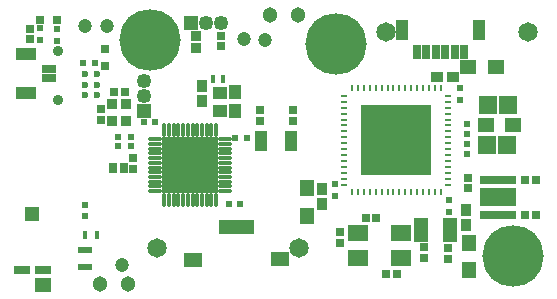
<source format=gbs>
G04*
G04 #@! TF.GenerationSoftware,Altium Limited,Altium Designer,24.6.1 (21)*
G04*
G04 Layer_Color=16711935*
%FSLAX44Y44*%
%MOMM*%
G71*
G04*
G04 #@! TF.SameCoordinates,340E5364-9303-4016-BB23-8A8C63BE460F*
G04*
G04*
G04 #@! TF.FilePolarity,Negative*
G04*
G01*
G75*
%ADD26R,0.5725X0.6153*%
%ADD28R,0.7000X0.7000*%
%ADD29R,0.7000X0.7000*%
%ADD30R,1.0621X1.2578*%
%ADD31R,0.5000X0.6000*%
%ADD35R,0.6000X0.5000*%
%ADD42R,0.9121X1.1311*%
%ADD43R,0.6000X0.5000*%
%ADD46R,0.5000X0.5000*%
%ADD49R,0.7154X0.6725*%
%ADD50R,1.1311X0.9121*%
%ADD62R,0.5000X0.5000*%
%ADD68C,1.9000*%
%ADD69C,1.2032*%
%ADD70R,0.8032X0.7532*%
%ADD82R,1.6032X1.2032*%
%ADD94R,0.7532X0.8032*%
%ADD96C,1.3032*%
%ADD97C,0.6200*%
%ADD98C,1.2532*%
%ADD99R,1.2532X1.2532*%
%ADD100C,1.6532*%
%ADD101R,1.2532X1.2532*%
%ADD102C,0.9032*%
%ADD103C,5.2032*%
%ADD104C,0.8232*%
%ADD105C,0.6000*%
%ADD121R,0.4100X0.6600*%
%ADD122R,1.1500X0.5700*%
%ADD130R,6.0000X6.0000*%
%ADD131R,0.6000X0.2400*%
%ADD132R,0.2400X0.6000*%
%ADD133R,1.5781X1.5562*%
%ADD134R,3.0988X1.4986*%
%ADD135R,3.0988X0.7112*%
%ADD139R,0.6725X0.7154*%
%ADD140R,0.8500X0.9500*%
%ADD144R,0.3500X0.6500*%
%ADD146R,1.0000X1.8000*%
%ADD155R,0.7632X0.8332*%
%ADD156R,1.4032X1.2032*%
%ADD157R,1.2032X1.2032*%
%ADD158R,1.4032X0.7032*%
%ADD159R,1.1032X1.8032*%
%ADD160R,0.7032X1.2032*%
%ADD161R,1.8032X1.1032*%
%ADD162R,1.2032X0.7032*%
%ADD163R,1.2954X2.1082*%
%ADD164R,0.8532X0.9032*%
%ADD165R,0.6532X0.6532*%
%ADD166O,1.1532X0.4032*%
%ADD167O,0.4032X1.1532*%
%ADD168R,4.8032X4.8032*%
%ADD169R,1.1732X1.1032*%
%ADD170R,1.2032X1.3532*%
%ADD171R,0.5032X1.2032*%
%ADD172R,1.3532X1.2032*%
%ADD173R,1.8032X1.4532*%
D26*
X63000Y66619D02*
D03*
Y75191D02*
D03*
X385750Y144286D02*
D03*
Y135714D02*
D03*
Y127036D02*
D03*
Y118464D02*
D03*
D28*
X38750Y232250D02*
D03*
X24750D02*
D03*
D29*
X80000Y193250D02*
D03*
Y207250D02*
D03*
D30*
X189750Y170794D02*
D03*
Y154750D02*
D03*
D31*
X71000Y195500D02*
D03*
X61000D02*
D03*
D35*
X38750Y224750D02*
D03*
Y214750D02*
D03*
D42*
X162000Y176500D02*
D03*
Y163689D02*
D03*
X385500Y71561D02*
D03*
Y58750D02*
D03*
X263750Y89155D02*
D03*
Y76345D02*
D03*
D43*
X101750Y125250D02*
D03*
X90751D02*
D03*
X101750Y133250D02*
D03*
X90751D02*
D03*
D46*
X194250Y76750D02*
D03*
X184250D02*
D03*
X122250Y145500D02*
D03*
X112250D02*
D03*
X199750Y132500D02*
D03*
X189750D02*
D03*
D49*
X444571Y97000D02*
D03*
X435000D02*
D03*
X327036Y17500D02*
D03*
X317464D02*
D03*
X96786Y171250D02*
D03*
X87214D02*
D03*
X444571Y67000D02*
D03*
X435000D02*
D03*
D50*
X373905Y183750D02*
D03*
X361095D02*
D03*
D62*
X24750Y225250D02*
D03*
Y215250D02*
D03*
X274000Y93000D02*
D03*
Y83000D02*
D03*
X371250Y79500D02*
D03*
Y69500D02*
D03*
X380250Y174500D02*
D03*
Y164500D02*
D03*
D68*
X284500Y212000D02*
G03*
X284500Y212000I-9500J0D01*
G01*
X127000Y215250D02*
G03*
X127000Y215250I-9500J0D01*
G01*
X434500Y32000D02*
G03*
X434500Y32000I-9500J0D01*
G01*
D69*
X94250Y24750D02*
D03*
X215500Y215500D02*
D03*
X197250Y215750D02*
D03*
X62750Y227000D02*
D03*
X81250D02*
D03*
D70*
X309250Y64250D02*
D03*
X300750D02*
D03*
D82*
X228000Y29750D02*
D03*
X154500Y29250D02*
D03*
D94*
X16500Y224250D02*
D03*
Y215750D02*
D03*
X386750Y98250D02*
D03*
Y89750D02*
D03*
D96*
X243250Y236500D02*
D03*
X219250D02*
D03*
X75000Y8500D02*
D03*
X99000D02*
D03*
D97*
X343800Y147800D02*
D03*
X320600Y113000D02*
D03*
X309000D02*
D03*
X320600Y124600D02*
D03*
X309000D02*
D03*
Y147800D02*
D03*
X343800Y113000D02*
D03*
X320600Y147800D02*
D03*
X343800Y124600D02*
D03*
X332200D02*
D03*
Y113000D02*
D03*
Y147800D02*
D03*
D98*
X177950Y229750D02*
D03*
X165250D02*
D03*
X112250Y180150D02*
D03*
Y167450D02*
D03*
D99*
X152550Y229750D02*
D03*
D100*
X437500Y222000D02*
D03*
X317500D02*
D03*
X243500Y39000D02*
D03*
X123500D02*
D03*
D101*
X112250Y154750D02*
D03*
D102*
X39500Y205750D02*
D03*
Y164250D02*
D03*
D103*
X275000Y212000D02*
D03*
X117500Y215250D02*
D03*
X425000Y32000D02*
D03*
D104*
X168250Y125750D02*
D03*
X157250D02*
D03*
X168250Y114750D02*
D03*
X157250D02*
D03*
X168250Y92750D02*
D03*
Y103750D02*
D03*
X157250D02*
D03*
Y92750D02*
D03*
X146250Y114750D02*
D03*
Y125750D02*
D03*
X135250D02*
D03*
Y114750D02*
D03*
X146250Y92750D02*
D03*
Y103750D02*
D03*
X135250Y92750D02*
D03*
Y103750D02*
D03*
D105*
X73000Y186250D02*
D03*
Y177250D02*
D03*
Y168250D02*
D03*
X63000Y186250D02*
D03*
Y177250D02*
D03*
Y168250D02*
D03*
D121*
X62950Y50000D02*
D03*
X73050D02*
D03*
D122*
X63000Y23207D02*
D03*
Y37507D02*
D03*
D130*
X326400Y130400D02*
D03*
D131*
X370400Y92891D02*
D03*
Y97892D02*
D03*
Y102893D02*
D03*
Y107894D02*
D03*
Y112896D02*
D03*
Y117897D02*
D03*
Y122898D02*
D03*
Y127899D02*
D03*
Y132901D02*
D03*
Y137902D02*
D03*
Y142903D02*
D03*
Y147904D02*
D03*
Y152906D02*
D03*
Y157907D02*
D03*
Y162908D02*
D03*
Y167909D02*
D03*
X282400D02*
D03*
Y162908D02*
D03*
Y157907D02*
D03*
Y152906D02*
D03*
Y147904D02*
D03*
Y142903D02*
D03*
Y137902D02*
D03*
Y132901D02*
D03*
Y127899D02*
D03*
Y122898D02*
D03*
Y117897D02*
D03*
Y112896D02*
D03*
Y107894D02*
D03*
Y102893D02*
D03*
Y97892D02*
D03*
Y92891D02*
D03*
D132*
X363900Y174400D02*
D03*
X358900D02*
D03*
X353900D02*
D03*
X348900D02*
D03*
X343900D02*
D03*
X338900D02*
D03*
X333900D02*
D03*
X328900D02*
D03*
X323900D02*
D03*
X318900D02*
D03*
X313900D02*
D03*
X308900D02*
D03*
X303900D02*
D03*
X298900D02*
D03*
X293900D02*
D03*
X288900D02*
D03*
Y86400D02*
D03*
X293900D02*
D03*
X298900D02*
D03*
X303900D02*
D03*
X308900D02*
D03*
X313900D02*
D03*
X318900D02*
D03*
X323900D02*
D03*
X328900D02*
D03*
X333900D02*
D03*
X338900D02*
D03*
X343900D02*
D03*
X348900D02*
D03*
X353900D02*
D03*
X358900D02*
D03*
X363900D02*
D03*
D133*
X402859Y126250D02*
D03*
X420141D02*
D03*
X420891Y160500D02*
D03*
X403609D02*
D03*
D134*
X412500Y82000D02*
D03*
D135*
Y97000D02*
D03*
Y67000D02*
D03*
D139*
X76000Y157036D02*
D03*
Y147464D02*
D03*
X211250Y156321D02*
D03*
Y146750D02*
D03*
X238500Y156321D02*
D03*
Y146750D02*
D03*
X278750Y52821D02*
D03*
Y43250D02*
D03*
X369750Y39500D02*
D03*
Y29929D02*
D03*
X349500Y30250D02*
D03*
Y39821D02*
D03*
X103500Y106114D02*
D03*
Y115686D02*
D03*
D140*
X97250Y161000D02*
D03*
Y146500D02*
D03*
X85750D02*
D03*
Y161000D02*
D03*
D144*
X179250Y182500D02*
D03*
X170750D02*
D03*
D146*
X237000Y129500D02*
D03*
X211500D02*
D03*
D155*
X86650Y106500D02*
D03*
X95350D02*
D03*
D156*
X27000Y8000D02*
D03*
D157*
X18000Y68000D02*
D03*
D158*
X27000Y20500D02*
D03*
X9000D02*
D03*
D159*
X396250Y223950D02*
D03*
X331250D02*
D03*
D160*
X383750Y204750D02*
D03*
X375750D02*
D03*
X367750D02*
D03*
X359750D02*
D03*
X351750D02*
D03*
X343750D02*
D03*
D161*
X12950Y203500D02*
D03*
Y170500D02*
D03*
D162*
X32150Y191000D02*
D03*
Y183000D02*
D03*
D163*
X371942Y54750D02*
D03*
X347558D02*
D03*
D164*
X156750Y218250D02*
D03*
Y208750D02*
D03*
D165*
X178250Y218500D02*
D03*
Y210500D02*
D03*
D166*
X181250Y127250D02*
D03*
Y131250D02*
D03*
Y111250D02*
D03*
Y115250D02*
D03*
Y107250D02*
D03*
Y123250D02*
D03*
Y119250D02*
D03*
Y103250D02*
D03*
Y95250D02*
D03*
Y99250D02*
D03*
Y87250D02*
D03*
Y91250D02*
D03*
X122250Y127250D02*
D03*
Y131250D02*
D03*
Y123250D02*
D03*
Y107250D02*
D03*
Y111250D02*
D03*
Y103250D02*
D03*
Y119250D02*
D03*
Y115250D02*
D03*
Y91250D02*
D03*
Y99250D02*
D03*
Y95250D02*
D03*
Y87250D02*
D03*
D167*
X169750Y138750D02*
D03*
X165750D02*
D03*
X173750D02*
D03*
X157750D02*
D03*
X153750D02*
D03*
X161750D02*
D03*
X149750D02*
D03*
X173750Y79750D02*
D03*
X165750D02*
D03*
X161750D02*
D03*
X157750D02*
D03*
X169750D02*
D03*
X149750D02*
D03*
X153750D02*
D03*
X141750Y138750D02*
D03*
X137750D02*
D03*
X145750D02*
D03*
X133750D02*
D03*
X129750D02*
D03*
X141750Y79750D02*
D03*
X137750D02*
D03*
X145750D02*
D03*
X129750D02*
D03*
X133750D02*
D03*
D168*
X151750Y109250D02*
D03*
D169*
X177250Y170450D02*
D03*
Y154750D02*
D03*
D170*
X251000Y89750D02*
D03*
Y66250D02*
D03*
X387500Y43750D02*
D03*
Y20250D02*
D03*
D171*
X203500Y56750D02*
D03*
X188500D02*
D03*
X183500D02*
D03*
X198500D02*
D03*
X193500D02*
D03*
X178500D02*
D03*
D172*
X425500Y143250D02*
D03*
X402000D02*
D03*
X410750Y192500D02*
D03*
X387250D02*
D03*
D173*
X293500Y30250D02*
D03*
X330500D02*
D03*
Y52250D02*
D03*
X293500D02*
D03*
M02*

</source>
